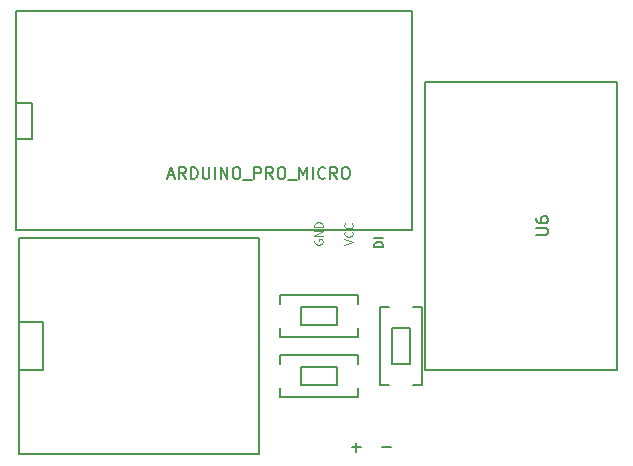
<source format=gbr>
G04 #@! TF.FileFunction,Legend,Top*
%FSLAX46Y46*%
G04 Gerber Fmt 4.6, Leading zero omitted, Abs format (unit mm)*
G04 Created by KiCad (PCBNEW 4.0.5+dfsg1-4) date Sun Aug 27 14:42:39 2017*
%MOMM*%
%LPD*%
G01*
G04 APERTURE LIST*
%ADD10C,0.100000*%
%ADD11C,0.150000*%
%ADD12C,0.125000*%
G04 APERTURE END LIST*
D10*
D11*
X212725000Y-117602000D02*
X204597000Y-117602000D01*
X204597000Y-117602000D02*
X204597000Y-93218000D01*
X204597000Y-93218000D02*
X220853000Y-93218000D01*
X220853000Y-93218000D02*
X220853000Y-117602000D01*
X220853000Y-117602000D02*
X212725000Y-117602000D01*
X170180000Y-117602000D02*
X172212000Y-117602000D01*
X172212000Y-117602000D02*
X172212000Y-113538000D01*
X172212000Y-113538000D02*
X170180000Y-113538000D01*
X170180000Y-124714000D02*
X190500000Y-124714000D01*
X190500000Y-124714000D02*
X190500000Y-106426000D01*
X190500000Y-106426000D02*
X170180000Y-106426000D01*
X170180000Y-106426000D02*
X170180000Y-124714000D01*
X194056000Y-117348000D02*
X194056000Y-118872000D01*
X194056000Y-118872000D02*
X197104000Y-118872000D01*
X197104000Y-118872000D02*
X197104000Y-117348000D01*
X197104000Y-117348000D02*
X194056000Y-117348000D01*
X192278000Y-119126000D02*
X192278000Y-119888000D01*
X192278000Y-119888000D02*
X198882000Y-119888000D01*
X198882000Y-119888000D02*
X198882000Y-119126000D01*
X192278000Y-116332000D02*
X192278000Y-117094000D01*
X192278000Y-116332000D02*
X198882000Y-116332000D01*
X198882000Y-116332000D02*
X198882000Y-117094000D01*
X169926000Y-98044000D02*
X171323000Y-98044000D01*
X171323000Y-98044000D02*
X171323000Y-94996000D01*
X171323000Y-94996000D02*
X169926000Y-94996000D01*
X169926000Y-87376000D02*
X169926000Y-87249000D01*
X169926000Y-87249000D02*
X203454000Y-87249000D01*
X203454000Y-87249000D02*
X203454000Y-105791000D01*
X203454000Y-105791000D02*
X169926000Y-105791000D01*
X169926000Y-105791000D02*
X169926000Y-87376000D01*
X194056000Y-112268000D02*
X194056000Y-113792000D01*
X194056000Y-113792000D02*
X197104000Y-113792000D01*
X197104000Y-113792000D02*
X197104000Y-112268000D01*
X197104000Y-112268000D02*
X194056000Y-112268000D01*
X192278000Y-114046000D02*
X192278000Y-114808000D01*
X192278000Y-114808000D02*
X198882000Y-114808000D01*
X198882000Y-114808000D02*
X198882000Y-114046000D01*
X192278000Y-111252000D02*
X192278000Y-112014000D01*
X192278000Y-111252000D02*
X198882000Y-111252000D01*
X198882000Y-111252000D02*
X198882000Y-112014000D01*
X201803000Y-117094000D02*
X203327000Y-117094000D01*
X203327000Y-117094000D02*
X203327000Y-114046000D01*
X203327000Y-114046000D02*
X201803000Y-114046000D01*
X201803000Y-114046000D02*
X201803000Y-117094000D01*
X203581000Y-118872000D02*
X204343000Y-118872000D01*
X204343000Y-118872000D02*
X204343000Y-112268000D01*
X204343000Y-112268000D02*
X203581000Y-112268000D01*
X200787000Y-118872000D02*
X201549000Y-118872000D01*
X200787000Y-118872000D02*
X200787000Y-112268000D01*
X200787000Y-112268000D02*
X201549000Y-112268000D01*
X213955381Y-106171905D02*
X214764905Y-106171905D01*
X214860143Y-106124286D01*
X214907762Y-106076667D01*
X214955381Y-105981429D01*
X214955381Y-105790952D01*
X214907762Y-105695714D01*
X214860143Y-105648095D01*
X214764905Y-105600476D01*
X213955381Y-105600476D01*
X213955381Y-104695714D02*
X213955381Y-104886191D01*
X214003000Y-104981429D01*
X214050619Y-105029048D01*
X214193476Y-105124286D01*
X214383952Y-105171905D01*
X214764905Y-105171905D01*
X214860143Y-105124286D01*
X214907762Y-105076667D01*
X214955381Y-104981429D01*
X214955381Y-104790952D01*
X214907762Y-104695714D01*
X214860143Y-104648095D01*
X214764905Y-104600476D01*
X214526810Y-104600476D01*
X214431571Y-104648095D01*
X214383952Y-104695714D01*
X214336333Y-104790952D01*
X214336333Y-104981429D01*
X214383952Y-105076667D01*
X214431571Y-105124286D01*
X214526810Y-105171905D01*
X182833334Y-101131667D02*
X183309525Y-101131667D01*
X182738096Y-101417381D02*
X183071429Y-100417381D01*
X183404763Y-101417381D01*
X184309525Y-101417381D02*
X183976191Y-100941190D01*
X183738096Y-101417381D02*
X183738096Y-100417381D01*
X184119049Y-100417381D01*
X184214287Y-100465000D01*
X184261906Y-100512619D01*
X184309525Y-100607857D01*
X184309525Y-100750714D01*
X184261906Y-100845952D01*
X184214287Y-100893571D01*
X184119049Y-100941190D01*
X183738096Y-100941190D01*
X184738096Y-101417381D02*
X184738096Y-100417381D01*
X184976191Y-100417381D01*
X185119049Y-100465000D01*
X185214287Y-100560238D01*
X185261906Y-100655476D01*
X185309525Y-100845952D01*
X185309525Y-100988810D01*
X185261906Y-101179286D01*
X185214287Y-101274524D01*
X185119049Y-101369762D01*
X184976191Y-101417381D01*
X184738096Y-101417381D01*
X185738096Y-100417381D02*
X185738096Y-101226905D01*
X185785715Y-101322143D01*
X185833334Y-101369762D01*
X185928572Y-101417381D01*
X186119049Y-101417381D01*
X186214287Y-101369762D01*
X186261906Y-101322143D01*
X186309525Y-101226905D01*
X186309525Y-100417381D01*
X186785715Y-101417381D02*
X186785715Y-100417381D01*
X187261905Y-101417381D02*
X187261905Y-100417381D01*
X187833334Y-101417381D01*
X187833334Y-100417381D01*
X188500000Y-100417381D02*
X188690477Y-100417381D01*
X188785715Y-100465000D01*
X188880953Y-100560238D01*
X188928572Y-100750714D01*
X188928572Y-101084048D01*
X188880953Y-101274524D01*
X188785715Y-101369762D01*
X188690477Y-101417381D01*
X188500000Y-101417381D01*
X188404762Y-101369762D01*
X188309524Y-101274524D01*
X188261905Y-101084048D01*
X188261905Y-100750714D01*
X188309524Y-100560238D01*
X188404762Y-100465000D01*
X188500000Y-100417381D01*
X189119048Y-101512619D02*
X189880953Y-101512619D01*
X190119048Y-101417381D02*
X190119048Y-100417381D01*
X190500001Y-100417381D01*
X190595239Y-100465000D01*
X190642858Y-100512619D01*
X190690477Y-100607857D01*
X190690477Y-100750714D01*
X190642858Y-100845952D01*
X190595239Y-100893571D01*
X190500001Y-100941190D01*
X190119048Y-100941190D01*
X191690477Y-101417381D02*
X191357143Y-100941190D01*
X191119048Y-101417381D02*
X191119048Y-100417381D01*
X191500001Y-100417381D01*
X191595239Y-100465000D01*
X191642858Y-100512619D01*
X191690477Y-100607857D01*
X191690477Y-100750714D01*
X191642858Y-100845952D01*
X191595239Y-100893571D01*
X191500001Y-100941190D01*
X191119048Y-100941190D01*
X192309524Y-100417381D02*
X192500001Y-100417381D01*
X192595239Y-100465000D01*
X192690477Y-100560238D01*
X192738096Y-100750714D01*
X192738096Y-101084048D01*
X192690477Y-101274524D01*
X192595239Y-101369762D01*
X192500001Y-101417381D01*
X192309524Y-101417381D01*
X192214286Y-101369762D01*
X192119048Y-101274524D01*
X192071429Y-101084048D01*
X192071429Y-100750714D01*
X192119048Y-100560238D01*
X192214286Y-100465000D01*
X192309524Y-100417381D01*
X192928572Y-101512619D02*
X193690477Y-101512619D01*
X193928572Y-101417381D02*
X193928572Y-100417381D01*
X194261906Y-101131667D01*
X194595239Y-100417381D01*
X194595239Y-101417381D01*
X195071429Y-101417381D02*
X195071429Y-100417381D01*
X196119048Y-101322143D02*
X196071429Y-101369762D01*
X195928572Y-101417381D01*
X195833334Y-101417381D01*
X195690476Y-101369762D01*
X195595238Y-101274524D01*
X195547619Y-101179286D01*
X195500000Y-100988810D01*
X195500000Y-100845952D01*
X195547619Y-100655476D01*
X195595238Y-100560238D01*
X195690476Y-100465000D01*
X195833334Y-100417381D01*
X195928572Y-100417381D01*
X196071429Y-100465000D01*
X196119048Y-100512619D01*
X197119048Y-101417381D02*
X196785714Y-100941190D01*
X196547619Y-101417381D02*
X196547619Y-100417381D01*
X196928572Y-100417381D01*
X197023810Y-100465000D01*
X197071429Y-100512619D01*
X197119048Y-100607857D01*
X197119048Y-100750714D01*
X197071429Y-100845952D01*
X197023810Y-100893571D01*
X196928572Y-100941190D01*
X196547619Y-100941190D01*
X197738095Y-100417381D02*
X197928572Y-100417381D01*
X198023810Y-100465000D01*
X198119048Y-100560238D01*
X198166667Y-100750714D01*
X198166667Y-101084048D01*
X198119048Y-101274524D01*
X198023810Y-101369762D01*
X197928572Y-101417381D01*
X197738095Y-101417381D01*
X197642857Y-101369762D01*
X197547619Y-101274524D01*
X197500000Y-101084048D01*
X197500000Y-100750714D01*
X197547619Y-100560238D01*
X197642857Y-100465000D01*
X197738095Y-100417381D01*
X198374048Y-124150429D02*
X199135953Y-124150429D01*
X198755001Y-124531381D02*
X198755001Y-123769476D01*
X200914048Y-124150429D02*
X201675953Y-124150429D01*
D12*
X195230000Y-106578333D02*
X195196667Y-106644999D01*
X195196667Y-106744999D01*
X195230000Y-106844999D01*
X195296667Y-106911666D01*
X195363333Y-106944999D01*
X195496667Y-106978333D01*
X195596667Y-106978333D01*
X195730000Y-106944999D01*
X195796667Y-106911666D01*
X195863333Y-106844999D01*
X195896667Y-106744999D01*
X195896667Y-106678333D01*
X195863333Y-106578333D01*
X195830000Y-106544999D01*
X195596667Y-106544999D01*
X195596667Y-106678333D01*
X195896667Y-106244999D02*
X195196667Y-106244999D01*
X195896667Y-105844999D01*
X195196667Y-105844999D01*
X195896667Y-105511666D02*
X195196667Y-105511666D01*
X195196667Y-105345000D01*
X195230000Y-105245000D01*
X195296667Y-105178333D01*
X195363333Y-105145000D01*
X195496667Y-105111666D01*
X195596667Y-105111666D01*
X195730000Y-105145000D01*
X195796667Y-105178333D01*
X195863333Y-105245000D01*
X195896667Y-105345000D01*
X195896667Y-105511666D01*
X197736667Y-106978333D02*
X198436667Y-106745000D01*
X197736667Y-106511667D01*
X198370000Y-105878333D02*
X198403333Y-105911667D01*
X198436667Y-106011667D01*
X198436667Y-106078333D01*
X198403333Y-106178333D01*
X198336667Y-106245000D01*
X198270000Y-106278333D01*
X198136667Y-106311667D01*
X198036667Y-106311667D01*
X197903333Y-106278333D01*
X197836667Y-106245000D01*
X197770000Y-106178333D01*
X197736667Y-106078333D01*
X197736667Y-106011667D01*
X197770000Y-105911667D01*
X197803333Y-105878333D01*
X198370000Y-105178333D02*
X198403333Y-105211667D01*
X198436667Y-105311667D01*
X198436667Y-105378333D01*
X198403333Y-105478333D01*
X198336667Y-105545000D01*
X198270000Y-105578333D01*
X198136667Y-105611667D01*
X198036667Y-105611667D01*
X197903333Y-105578333D01*
X197836667Y-105545000D01*
X197770000Y-105478333D01*
X197736667Y-105378333D01*
X197736667Y-105311667D01*
X197770000Y-105211667D01*
X197803333Y-105178333D01*
D11*
X200976667Y-107156999D02*
X200276667Y-107156999D01*
X200276667Y-106990333D01*
X200310000Y-106890333D01*
X200376667Y-106823666D01*
X200443333Y-106790333D01*
X200576667Y-106756999D01*
X200676667Y-106756999D01*
X200810000Y-106790333D01*
X200876667Y-106823666D01*
X200943333Y-106890333D01*
X200976667Y-106990333D01*
X200976667Y-107156999D01*
X200976667Y-106456999D02*
X200276667Y-106456999D01*
M02*

</source>
